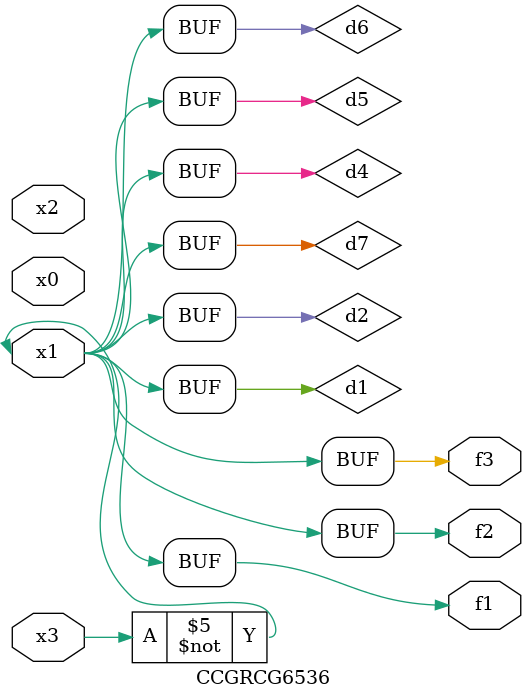
<source format=v>
module CCGRCG6536(
	input x0, x1, x2, x3,
	output f1, f2, f3
);

	wire d1, d2, d3, d4, d5, d6, d7;

	not (d1, x3);
	buf (d2, x1);
	xnor (d3, d1, d2);
	nor (d4, d1);
	buf (d5, d1, d2);
	buf (d6, d4, d5);
	nand (d7, d4);
	assign f1 = d6;
	assign f2 = d7;
	assign f3 = d6;
endmodule

</source>
